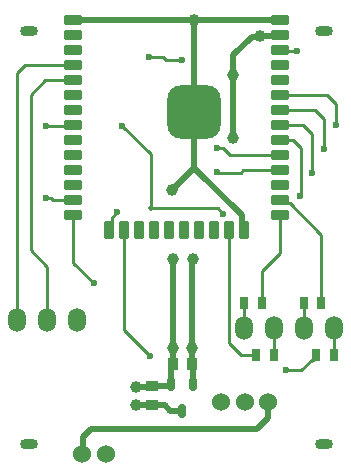
<source format=gbr>
G04*
G04 #@! TF.GenerationSoftware,Altium Limited,Altium Designer,22.4.2 (48)*
G04*
G04 Layer_Physical_Order=2*
G04 Layer_Color=16711680*
%FSLAX44Y44*%
%MOMM*%
G71*
G04*
G04 #@! TF.SameCoordinates,805B4EF3-34EF-46CF-B3EC-FB7C4EB053B5*
G04*
G04*
G04 #@! TF.FilePolarity,Positive*
G04*
G01*
G75*
%ADD10C,0.2540*%
G04:AMPARAMS|DCode=18|XSize=4.5mm|YSize=4.5mm|CornerRadius=1.125mm|HoleSize=0mm|Usage=FLASHONLY|Rotation=0.000|XOffset=0mm|YOffset=0mm|HoleType=Round|Shape=RoundedRectangle|*
%AMROUNDEDRECTD18*
21,1,4.5000,2.2500,0,0,0.0*
21,1,2.2500,4.5000,0,0,0.0*
1,1,2.2500,1.1250,-1.1250*
1,1,2.2500,-1.1250,-1.1250*
1,1,2.2500,-1.1250,1.1250*
1,1,2.2500,1.1250,1.1250*
%
%ADD18ROUNDEDRECTD18*%
%ADD21R,0.9500X1.0000*%
%ADD22R,1.0000X0.9500*%
%ADD24R,0.7500X1.0000*%
%ADD40C,0.5080*%
%ADD41C,1.0000*%
%ADD42C,1.5240*%
%ADD43O,1.5000X2.0000*%
%ADD44O,1.5000X0.9000*%
%ADD45C,0.6000*%
%ADD46C,0.5080*%
G04:AMPARAMS|DCode=47|XSize=1.5mm|YSize=0.9mm|CornerRadius=0.225mm|HoleSize=0mm|Usage=FLASHONLY|Rotation=0.000|XOffset=0mm|YOffset=0mm|HoleType=Round|Shape=RoundedRectangle|*
%AMROUNDEDRECTD47*
21,1,1.5000,0.4500,0,0,0.0*
21,1,1.0500,0.9000,0,0,0.0*
1,1,0.4500,0.5250,-0.2250*
1,1,0.4500,-0.5250,-0.2250*
1,1,0.4500,-0.5250,0.2250*
1,1,0.4500,0.5250,0.2250*
%
%ADD47ROUNDEDRECTD47*%
G04:AMPARAMS|DCode=48|XSize=1.5mm|YSize=0.9mm|CornerRadius=0.225mm|HoleSize=0mm|Usage=FLASHONLY|Rotation=90.000|XOffset=0mm|YOffset=0mm|HoleType=Round|Shape=RoundedRectangle|*
%AMROUNDEDRECTD48*
21,1,1.5000,0.4500,0,0,90.0*
21,1,1.0500,0.9000,0,0,90.0*
1,1,0.4500,0.2250,0.5250*
1,1,0.4500,0.2250,-0.5250*
1,1,0.4500,-0.2250,-0.5250*
1,1,0.4500,-0.2250,0.5250*
%
%ADD48ROUNDEDRECTD48*%
G04:AMPARAMS|DCode=49|XSize=1.15mm|YSize=0.6mm|CornerRadius=0.15mm|HoleSize=0mm|Usage=FLASHONLY|Rotation=270.000|XOffset=0mm|YOffset=0mm|HoleType=Round|Shape=RoundedRectangle|*
%AMROUNDEDRECTD49*
21,1,1.1500,0.3000,0,0,270.0*
21,1,0.8500,0.6000,0,0,270.0*
1,1,0.3000,-0.1500,-0.4250*
1,1,0.3000,-0.1500,0.4250*
1,1,0.3000,0.1500,0.4250*
1,1,0.3000,0.1500,-0.4250*
%
%ADD49ROUNDEDRECTD49*%
D10*
X138430Y353060D02*
X140970Y350520D01*
X127000Y353060D02*
X138430D01*
X140970Y350520D02*
X154940D01*
X242570Y87630D02*
X255510D01*
X237500Y358400D02*
X237651Y358250D01*
X252107D01*
X252257Y358099D01*
X184961Y225177D02*
X189867Y220271D01*
X128270Y225177D02*
X184961D01*
X104140Y294640D02*
X128270Y270510D01*
Y225177D02*
Y270510D01*
X255510Y87630D02*
X264480Y96600D01*
X127256Y100074D02*
X127709D01*
X105500Y121830D02*
X127256Y100074D01*
X105500Y121830D02*
Y206200D01*
X265730Y96600D02*
X268210Y99080D01*
Y100330D01*
X264480Y96600D02*
X265730D01*
X189230Y275590D02*
X195320Y269500D01*
X184150Y275590D02*
X189230D01*
X195320Y269500D02*
X237500D01*
X39500Y294770D02*
X62370D01*
X62500Y294900D01*
X39370Y294640D02*
X39500Y294770D01*
X95250Y216760D02*
X100005Y221514D01*
Y221661D01*
X95250Y208650D02*
Y216760D01*
X92800Y206200D02*
X95250Y208650D01*
X194400Y110400D02*
Y206200D01*
Y110400D02*
X204470Y100330D01*
X62500Y178800D02*
X80010Y161290D01*
X62500Y178800D02*
Y218700D01*
X277870Y320300D02*
X285000Y313170D01*
Y295000D02*
Y313170D01*
X267710Y307600D02*
X275000Y300310D01*
Y275000D02*
Y300310D01*
X257550Y294900D02*
X265000Y287450D01*
Y255000D02*
Y287450D01*
X255270Y235578D02*
Y275590D01*
X248660Y282200D02*
X255270Y275590D01*
X237500Y231400D02*
X239955Y228945D01*
X246035D02*
X272810Y202170D01*
X239955Y228945D02*
X246035D01*
X272810Y144780D02*
Y202170D01*
X283210Y100330D02*
Y123190D01*
X204470Y100330D02*
X218560D01*
X222250Y143339D02*
Y171450D01*
X237500Y186700D01*
X232410Y101600D02*
Y123190D01*
X237500Y186700D02*
Y218700D01*
X207010Y123190D02*
Y146050D01*
X43669Y233545D02*
X45813Y231400D01*
X62500D01*
X39370Y233545D02*
X43669D01*
X184150Y255270D02*
X184420Y255000D01*
X205010D01*
X206810Y256800D02*
X237500D01*
X205010Y255000D02*
X206810Y256800D01*
X40640Y130000D02*
Y175260D01*
X26670Y189230D02*
Y321092D01*
Y189230D02*
X40640Y175260D01*
X38578Y333000D02*
X62500D01*
X26670Y321092D02*
X38578Y333000D01*
X15240Y130000D02*
Y339090D01*
X21850Y345700D01*
X62500D01*
X237500Y294900D02*
X257550D01*
X237500Y282200D02*
X248660D01*
X237500Y320300D02*
X277870D01*
X237500Y307600D02*
X267710D01*
X257810Y123190D02*
Y143630D01*
D18*
X165000Y306600D02*
D03*
D21*
X162940Y92710D02*
D03*
X146940D02*
D03*
D22*
X129540Y58040D02*
D03*
Y74040D02*
D03*
D24*
X283210Y100330D02*
D03*
X268210D02*
D03*
X222130Y144780D02*
D03*
X207130D02*
D03*
X217410Y100330D02*
D03*
X232410D02*
D03*
X272810Y144780D02*
D03*
X257810D02*
D03*
D40*
X198120Y354330D02*
X213961Y370171D01*
X198120Y284480D02*
Y354330D01*
X213961Y370171D02*
X220311D01*
X221110Y370970D01*
X165100Y259080D02*
Y306500D01*
X163385Y107125D02*
Y181165D01*
X162940Y106680D02*
X163385Y107125D01*
X163130Y92900D02*
Y106490D01*
X146501Y240481D02*
X165100Y259080D01*
X146077Y240481D02*
X146501D01*
X165100Y259080D02*
X205140Y219040D01*
Y208160D02*
Y219040D01*
Y208160D02*
X207100Y206200D01*
X163385Y181165D02*
X163830Y181610D01*
X146940Y106680D02*
Y181610D01*
X165000Y383800D02*
X237500D01*
X62500D02*
X165000D01*
X165100Y321770D02*
Y383700D01*
X147130Y92900D02*
Y106490D01*
X165000Y321670D02*
X165100Y321770D01*
X237370Y370970D02*
X237500Y371100D01*
X221110Y370970D02*
X237370D01*
X145440Y76266D02*
Y91210D01*
Y74500D02*
Y76266D01*
X165000Y306600D02*
X165100Y306500D01*
X115570Y73660D02*
X115760Y73850D01*
X129350D02*
X129540Y74040D01*
X115760Y73850D02*
X129350D01*
X144980Y74040D02*
X145440Y74500D01*
X129540Y74040D02*
X144980D01*
X154866Y53340D02*
X154940Y53266D01*
X144780Y53340D02*
X154866D01*
X140080Y58040D02*
X144780Y53340D01*
X129540Y58040D02*
X140080D01*
X145440Y91210D02*
X146940Y92710D01*
X162940D02*
X164440Y91210D01*
Y76266D02*
Y91210D01*
X115570Y58040D02*
X129540D01*
X77470Y38100D02*
X218440D01*
X227960Y47620D02*
Y60960D01*
X218440Y38100D02*
X227960Y47620D01*
X70556Y31186D02*
X77470Y38100D01*
X70000Y20350D02*
X70556Y20906D01*
Y31186D01*
D41*
X165000Y306600D02*
D03*
Y291600D02*
D03*
Y321670D02*
D03*
X150000Y306600D02*
D03*
X180000D02*
D03*
Y291600D02*
D03*
X150000D02*
D03*
Y321670D02*
D03*
X180000D02*
D03*
X198120Y337820D02*
D03*
X162940Y106680D02*
D03*
X146940D02*
D03*
X198120Y284480D02*
D03*
X146077Y240481D02*
D03*
X163830Y181610D02*
D03*
X146940D02*
D03*
X220980Y370840D02*
D03*
X165000Y383800D02*
D03*
X115570Y73660D02*
D03*
Y58040D02*
D03*
D42*
X70000Y17000D02*
D03*
X90000D02*
D03*
X227960Y60960D02*
D03*
X207960D02*
D03*
X187960D02*
D03*
D43*
X40640Y130000D02*
D03*
X66040D02*
D03*
X15240D02*
D03*
X207010Y123190D02*
D03*
X257810D02*
D03*
X232410D02*
D03*
X283210D02*
D03*
D44*
X25000Y25000D02*
D03*
X275000Y375000D02*
D03*
X25000D02*
D03*
X275000Y25000D02*
D03*
D45*
X154940Y350520D02*
D03*
X242570Y87630D02*
D03*
X252257Y358099D02*
D03*
X127000Y353060D02*
D03*
X189867Y220271D02*
D03*
X127709Y100074D02*
D03*
X39370Y294640D02*
D03*
X100005Y221661D02*
D03*
X80010Y161290D02*
D03*
X104140Y294640D02*
D03*
X39370Y233545D02*
D03*
X184150Y275590D02*
D03*
Y255270D02*
D03*
X255000Y235000D02*
D03*
X265000Y255000D02*
D03*
X285000Y295000D02*
D03*
X275000Y275000D02*
D03*
D46*
X128270Y225177D02*
D03*
D47*
X62500Y383800D02*
D03*
Y371100D02*
D03*
Y358400D02*
D03*
Y345700D02*
D03*
Y333000D02*
D03*
Y320300D02*
D03*
Y307600D02*
D03*
Y294900D02*
D03*
Y282200D02*
D03*
Y269500D02*
D03*
Y256800D02*
D03*
Y244100D02*
D03*
Y231400D02*
D03*
Y218700D02*
D03*
X237500D02*
D03*
Y231400D02*
D03*
Y244100D02*
D03*
Y256800D02*
D03*
Y269500D02*
D03*
Y282200D02*
D03*
Y294900D02*
D03*
Y307600D02*
D03*
Y320300D02*
D03*
Y333000D02*
D03*
Y345700D02*
D03*
Y358400D02*
D03*
Y371100D02*
D03*
Y383800D02*
D03*
D48*
X143600Y206200D02*
D03*
X92800D02*
D03*
X105500D02*
D03*
X118200D02*
D03*
X130900D02*
D03*
X156300D02*
D03*
X169000D02*
D03*
X181700D02*
D03*
X194400D02*
D03*
X207100D02*
D03*
D49*
X154940Y53266D02*
D03*
X164440Y76266D02*
D03*
X145440D02*
D03*
M02*

</source>
